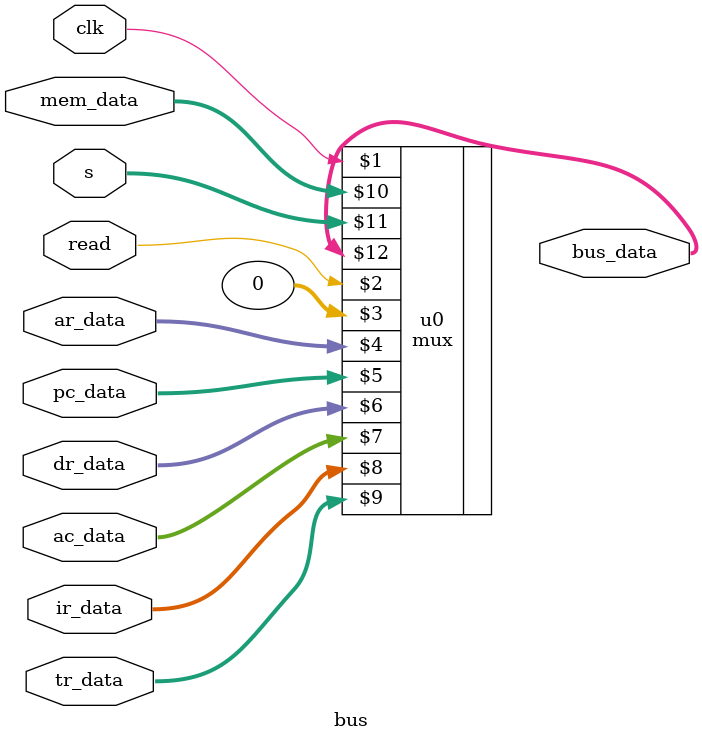
<source format=v>

module bus(s, clk, read, mem_data, ar_data, pc_data, ir_data, dr_data, ac_data, tr_data, bus_data);

input clk, read;
input [2:0] s;
input [15:0] mem_data, ir_data, dr_data, tr_data, ac_data;
input [11:0] ar_data, pc_data;
output [15:0] bus_data;

mux u0(clk, read, 0, ar_data, pc_data, dr_data, ac_data, ir_data, tr_data, mem_data, s, bus_data);

endmodule

</source>
